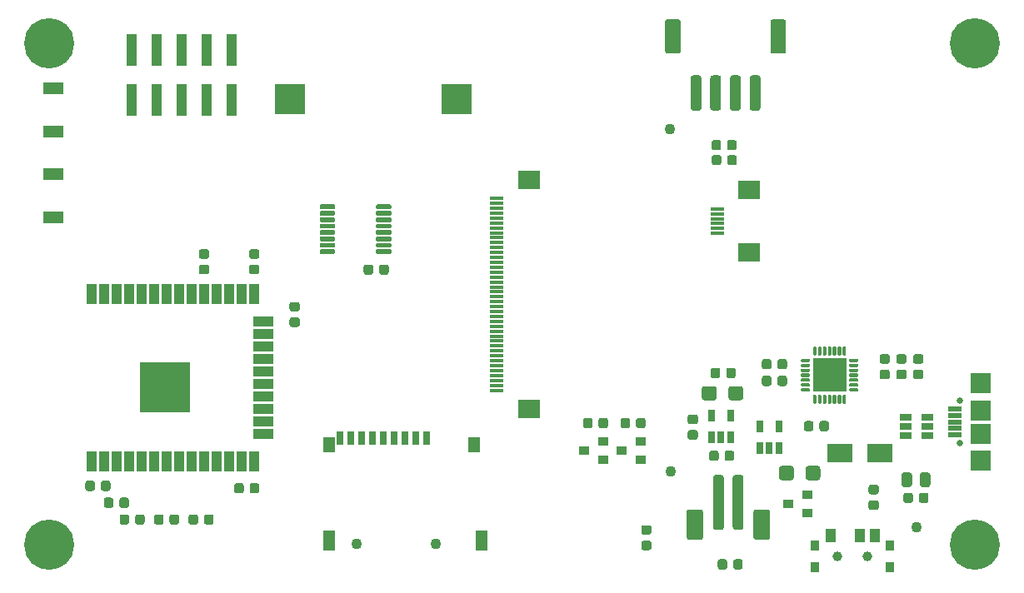
<source format=gbr>
%TF.GenerationSoftware,KiCad,Pcbnew,(5.1.6-0)*%
%TF.CreationDate,2020-10-12T19:17:27+02:00*%
%TF.ProjectId,ESP32_TFT,45535033-325f-4544-9654-2e6b69636164,rev?*%
%TF.SameCoordinates,Original*%
%TF.FileFunction,Soldermask,Top*%
%TF.FilePolarity,Negative*%
%FSLAX46Y46*%
G04 Gerber Fmt 4.6, Leading zero omitted, Abs format (unit mm)*
G04 Created by KiCad (PCBNEW (5.1.6-0)) date 2020-10-12 19:17:27*
%MOMM*%
%LPD*%
G01*
G04 APERTURE LIST*
%ADD10C,0.900000*%
%ADD11C,5.100000*%
%ADD12R,1.160000X0.750000*%
%ADD13R,2.300000X1.900000*%
%ADD14R,1.400000X0.400000*%
%ADD15R,1.000000X1.400000*%
%ADD16R,0.900000X1.000000*%
%ADD17C,1.000000*%
%ADD18R,3.100000X3.100000*%
%ADD19R,2.100000X1.150000*%
%ADD20R,1.450000X0.500000*%
%ADD21R,2.000000X2.000000*%
%ADD22C,0.650000*%
%ADD23R,1.100000X3.250000*%
%ADD24R,5.100000X5.100000*%
%ADD25R,1.000000X2.100000*%
%ADD26R,2.100000X1.000000*%
%ADD27R,2.600000X1.900000*%
%ADD28R,1.000000X0.900000*%
%ADD29R,3.450000X3.450000*%
%ADD30R,0.750000X1.160000*%
%ADD31C,1.100000*%
%ADD32R,0.800000X1.400000*%
%ADD33R,1.300000X1.500000*%
%ADD34R,1.300000X2.100000*%
G04 APERTURE END LIST*
D10*
%TO.C,H1*%
X42825825Y-38674175D03*
X41500000Y-38125000D03*
X40174175Y-38674175D03*
X39625000Y-40000000D03*
X40174175Y-41325825D03*
X41500000Y-41875000D03*
X42825825Y-41325825D03*
X43375000Y-40000000D03*
D11*
X41500000Y-40000000D03*
%TD*%
D10*
%TO.C,H2*%
X42825825Y-89674175D03*
X41500000Y-89125000D03*
X40174175Y-89674175D03*
X39625000Y-91000000D03*
X40174175Y-92325825D03*
X41500000Y-92875000D03*
X42825825Y-92325825D03*
X43375000Y-91000000D03*
D11*
X41500000Y-91000000D03*
%TD*%
D10*
%TO.C,H3*%
X136825825Y-38674175D03*
X135500000Y-38125000D03*
X134174175Y-38674175D03*
X133625000Y-40000000D03*
X134174175Y-41325825D03*
X135500000Y-41875000D03*
X136825825Y-41325825D03*
X137375000Y-40000000D03*
D11*
X135500000Y-40000000D03*
%TD*%
D10*
%TO.C,H4*%
X136825825Y-89674175D03*
X135500000Y-89125000D03*
X134174175Y-89674175D03*
X133625000Y-91000000D03*
X134174175Y-92325825D03*
X135500000Y-92875000D03*
X136825825Y-92325825D03*
X137375000Y-91000000D03*
D11*
X135500000Y-91000000D03*
%TD*%
%TO.C,J3*%
G36*
G01*
X112030000Y-84145000D02*
X112030000Y-89195000D01*
G75*
G02*
X111755000Y-89470000I-275000J0D01*
G01*
X111205000Y-89470000D01*
G75*
G02*
X110930000Y-89195000I0J275000D01*
G01*
X110930000Y-84145000D01*
G75*
G02*
X111205000Y-83870000I275000J0D01*
G01*
X111755000Y-83870000D01*
G75*
G02*
X112030000Y-84145000I0J-275000D01*
G01*
G37*
G36*
G01*
X110030000Y-84145001D02*
X110030000Y-89194999D01*
G75*
G02*
X109755000Y-89469999I-275000J0D01*
G01*
X109205000Y-89469999D01*
G75*
G02*
X108930000Y-89194999I0J275000D01*
G01*
X108930000Y-84145001D01*
G75*
G02*
X109205000Y-83870001I275000J0D01*
G01*
X109755000Y-83870001D01*
G75*
G02*
X110030000Y-84145001I0J-275000D01*
G01*
G37*
G36*
G01*
X114730000Y-87635625D02*
X114730000Y-90204375D01*
G75*
G02*
X114464375Y-90470000I-265625J0D01*
G01*
X113295625Y-90470000D01*
G75*
G02*
X113030000Y-90204375I0J265625D01*
G01*
X113030000Y-87635625D01*
G75*
G02*
X113295625Y-87370000I265625J0D01*
G01*
X114464375Y-87370000D01*
G75*
G02*
X114730000Y-87635625I0J-265625D01*
G01*
G37*
G36*
G01*
X107930000Y-87635625D02*
X107930000Y-90204375D01*
G75*
G02*
X107664375Y-90470000I-265625J0D01*
G01*
X106495625Y-90470000D01*
G75*
G02*
X106230000Y-90204375I0J265625D01*
G01*
X106230000Y-87635625D01*
G75*
G02*
X106495625Y-87370000I265625J0D01*
G01*
X107664375Y-87370000D01*
G75*
G02*
X107930000Y-87635625I0J-265625D01*
G01*
G37*
%TD*%
D12*
%TO.C,U6*%
X128490000Y-78920000D03*
X128490000Y-79870000D03*
X128490000Y-77970000D03*
X130690000Y-77970000D03*
X130690000Y-78920000D03*
X130690000Y-79870000D03*
%TD*%
%TO.C,F1*%
G36*
G01*
X129950000Y-84841250D02*
X129950000Y-83878750D01*
G75*
G02*
X130218750Y-83610000I268750J0D01*
G01*
X130756250Y-83610000D01*
G75*
G02*
X131025000Y-83878750I0J-268750D01*
G01*
X131025000Y-84841250D01*
G75*
G02*
X130756250Y-85110000I-268750J0D01*
G01*
X130218750Y-85110000D01*
G75*
G02*
X129950000Y-84841250I0J268750D01*
G01*
G37*
G36*
G01*
X128075000Y-84841250D02*
X128075000Y-83878750D01*
G75*
G02*
X128343750Y-83610000I268750J0D01*
G01*
X128881250Y-83610000D01*
G75*
G02*
X129150000Y-83878750I0J-268750D01*
G01*
X129150000Y-84841250D01*
G75*
G02*
X128881250Y-85110000I-268750J0D01*
G01*
X128343750Y-85110000D01*
G75*
G02*
X128075000Y-84841250I0J268750D01*
G01*
G37*
%TD*%
%TO.C,C10*%
G36*
G01*
X119130000Y-78628750D02*
X119130000Y-79191250D01*
G75*
G02*
X118886250Y-79435000I-243750J0D01*
G01*
X118398750Y-79435000D01*
G75*
G02*
X118155000Y-79191250I0J243750D01*
G01*
X118155000Y-78628750D01*
G75*
G02*
X118398750Y-78385000I243750J0D01*
G01*
X118886250Y-78385000D01*
G75*
G02*
X119130000Y-78628750I0J-243750D01*
G01*
G37*
G36*
G01*
X120705000Y-78628750D02*
X120705000Y-79191250D01*
G75*
G02*
X120461250Y-79435000I-243750J0D01*
G01*
X119973750Y-79435000D01*
G75*
G02*
X119730000Y-79191250I0J243750D01*
G01*
X119730000Y-78628750D01*
G75*
G02*
X119973750Y-78385000I243750J0D01*
G01*
X120461250Y-78385000D01*
G75*
G02*
X120705000Y-78628750I0J-243750D01*
G01*
G37*
%TD*%
%TO.C,C3*%
G36*
G01*
X129850000Y-86481250D02*
X129850000Y-85918750D01*
G75*
G02*
X130093750Y-85675000I243750J0D01*
G01*
X130581250Y-85675000D01*
G75*
G02*
X130825000Y-85918750I0J-243750D01*
G01*
X130825000Y-86481250D01*
G75*
G02*
X130581250Y-86725000I-243750J0D01*
G01*
X130093750Y-86725000D01*
G75*
G02*
X129850000Y-86481250I0J243750D01*
G01*
G37*
G36*
G01*
X128275000Y-86481250D02*
X128275000Y-85918750D01*
G75*
G02*
X128518750Y-85675000I243750J0D01*
G01*
X129006250Y-85675000D01*
G75*
G02*
X129250000Y-85918750I0J-243750D01*
G01*
X129250000Y-86481250D01*
G75*
G02*
X129006250Y-86725000I-243750J0D01*
G01*
X128518750Y-86725000D01*
G75*
G02*
X128275000Y-86481250I0J243750D01*
G01*
G37*
%TD*%
D13*
%TO.C,FPC1*%
X90200000Y-53860000D03*
X90200000Y-77160000D03*
D14*
X86950000Y-75260000D03*
X86950000Y-74760000D03*
X86950000Y-74260000D03*
X86950000Y-73760000D03*
X86950000Y-73260000D03*
X86950000Y-72760000D03*
X86950000Y-72260000D03*
X86950000Y-71760000D03*
X86950000Y-71260000D03*
X86950000Y-70760000D03*
X86950000Y-70260000D03*
X86950000Y-69760000D03*
X86950000Y-69260000D03*
X86950000Y-68760000D03*
X86950000Y-68260000D03*
X86950000Y-67760000D03*
X86950000Y-67260000D03*
X86950000Y-66760000D03*
X86950000Y-66260000D03*
X86950000Y-65760000D03*
X86950000Y-65260000D03*
X86950000Y-64760000D03*
X86950000Y-64260000D03*
X86950000Y-63760000D03*
X86950000Y-63260000D03*
X86950000Y-62760000D03*
X86950000Y-62260000D03*
X86950000Y-61760000D03*
X86950000Y-61260000D03*
X86950000Y-60760000D03*
X86950000Y-60260000D03*
X86950000Y-59760000D03*
X86950000Y-59260000D03*
X86950000Y-58760000D03*
X86950000Y-58260000D03*
X86950000Y-57760000D03*
X86950000Y-57260000D03*
X86950000Y-56760000D03*
X86950000Y-56260000D03*
X86950000Y-55760000D03*
%TD*%
D15*
%TO.C,SW3*%
X125350000Y-90020000D03*
X123850000Y-90020000D03*
X120850000Y-90020000D03*
D16*
X126900000Y-93220000D03*
X126900000Y-91020000D03*
X119300000Y-93220000D03*
X119300000Y-91020000D03*
D17*
X124600000Y-92120000D03*
X121600000Y-92120000D03*
%TD*%
D18*
%TO.C,LS1*%
X82900000Y-45700000D03*
X65900000Y-45700000D03*
%TD*%
D19*
%TO.C,SW1*%
X41900000Y-53275000D03*
X41900000Y-57725000D03*
%TD*%
%TO.C,SW2*%
X41930000Y-49000000D03*
X41930000Y-44550000D03*
%TD*%
D20*
%TO.C,J1*%
X133475000Y-79800000D03*
X133475000Y-79150000D03*
X133475000Y-78500000D03*
X133475000Y-77850000D03*
X133475000Y-77200000D03*
D21*
X136150000Y-74550000D03*
X136150000Y-82450000D03*
X136150000Y-77300000D03*
X136150000Y-79700000D03*
D22*
X134000000Y-76350000D03*
X134000000Y-80650000D03*
%TD*%
D23*
%TO.C,J2*%
X49820000Y-45725000D03*
X49820000Y-40675000D03*
X52360000Y-45725000D03*
X52360000Y-40675000D03*
X54900000Y-45725000D03*
X54900000Y-40675000D03*
X57440000Y-45725000D03*
X57440000Y-40675000D03*
X59980000Y-45725000D03*
X59980000Y-40675000D03*
%TD*%
D24*
%TO.C,U4*%
X53245000Y-75000000D03*
D25*
X45745000Y-82500000D03*
X47015000Y-82500000D03*
X48285000Y-82500000D03*
X49555000Y-82500000D03*
X50825000Y-82500000D03*
X52095000Y-82500000D03*
X53365000Y-82500000D03*
X54635000Y-82500000D03*
X55905000Y-82500000D03*
X57175000Y-82500000D03*
X58445000Y-82500000D03*
X59715000Y-82500000D03*
X60985000Y-82500000D03*
X62255000Y-82500000D03*
D26*
X63255000Y-79715000D03*
X63255000Y-78445000D03*
X63255000Y-77175000D03*
X63255000Y-75905000D03*
X63255000Y-74635000D03*
X63255000Y-73365000D03*
X63255000Y-72095000D03*
X63255000Y-70825000D03*
X63255000Y-69555000D03*
X63255000Y-68285000D03*
D25*
X62255000Y-65500000D03*
X60985000Y-65500000D03*
X59715000Y-65500000D03*
X58445000Y-65500000D03*
X57175000Y-65500000D03*
X55905000Y-65500000D03*
X54635000Y-65500000D03*
X53365000Y-65500000D03*
X52095000Y-65500000D03*
X50825000Y-65500000D03*
X49555000Y-65500000D03*
X48285000Y-65500000D03*
X47015000Y-65500000D03*
X45745000Y-65500000D03*
%TD*%
%TO.C,C1*%
G36*
G01*
X128351250Y-74145000D02*
X127788750Y-74145000D01*
G75*
G02*
X127545000Y-73901250I0J243750D01*
G01*
X127545000Y-73413750D01*
G75*
G02*
X127788750Y-73170000I243750J0D01*
G01*
X128351250Y-73170000D01*
G75*
G02*
X128595000Y-73413750I0J-243750D01*
G01*
X128595000Y-73901250D01*
G75*
G02*
X128351250Y-74145000I-243750J0D01*
G01*
G37*
G36*
G01*
X128351250Y-72570000D02*
X127788750Y-72570000D01*
G75*
G02*
X127545000Y-72326250I0J243750D01*
G01*
X127545000Y-71838750D01*
G75*
G02*
X127788750Y-71595000I243750J0D01*
G01*
X128351250Y-71595000D01*
G75*
G02*
X128595000Y-71838750I0J-243750D01*
G01*
X128595000Y-72326250D01*
G75*
G02*
X128351250Y-72570000I-243750J0D01*
G01*
G37*
%TD*%
%TO.C,C2*%
G36*
G01*
X74400000Y-62718750D02*
X74400000Y-63281250D01*
G75*
G02*
X74156250Y-63525000I-243750J0D01*
G01*
X73668750Y-63525000D01*
G75*
G02*
X73425000Y-63281250I0J243750D01*
G01*
X73425000Y-62718750D01*
G75*
G02*
X73668750Y-62475000I243750J0D01*
G01*
X74156250Y-62475000D01*
G75*
G02*
X74400000Y-62718750I0J-243750D01*
G01*
G37*
G36*
G01*
X75975000Y-62718750D02*
X75975000Y-63281250D01*
G75*
G02*
X75731250Y-63525000I-243750J0D01*
G01*
X75243750Y-63525000D01*
G75*
G02*
X75000000Y-63281250I0J243750D01*
G01*
X75000000Y-62718750D01*
G75*
G02*
X75243750Y-62475000I243750J0D01*
G01*
X75731250Y-62475000D01*
G75*
G02*
X75975000Y-62718750I0J-243750D01*
G01*
G37*
%TD*%
%TO.C,C4*%
G36*
G01*
X118330000Y-84136482D02*
X118330000Y-83223518D01*
G75*
G02*
X118598518Y-82955000I268518J0D01*
G01*
X119561482Y-82955000D01*
G75*
G02*
X119830000Y-83223518I0J-268518D01*
G01*
X119830000Y-84136482D01*
G75*
G02*
X119561482Y-84405000I-268518J0D01*
G01*
X118598518Y-84405000D01*
G75*
G02*
X118330000Y-84136482I0J268518D01*
G01*
G37*
G36*
G01*
X115630000Y-84136482D02*
X115630000Y-83223518D01*
G75*
G02*
X115898518Y-82955000I268518J0D01*
G01*
X116861482Y-82955000D01*
G75*
G02*
X117130000Y-83223518I0J-268518D01*
G01*
X117130000Y-84136482D01*
G75*
G02*
X116861482Y-84405000I-268518J0D01*
G01*
X115898518Y-84405000D01*
G75*
G02*
X115630000Y-84136482I0J268518D01*
G01*
G37*
%TD*%
%TO.C,C5*%
G36*
G01*
X111990000Y-75113518D02*
X111990000Y-76026482D01*
G75*
G02*
X111721482Y-76295000I-268518J0D01*
G01*
X110758518Y-76295000D01*
G75*
G02*
X110490000Y-76026482I0J268518D01*
G01*
X110490000Y-75113518D01*
G75*
G02*
X110758518Y-74845000I268518J0D01*
G01*
X111721482Y-74845000D01*
G75*
G02*
X111990000Y-75113518I0J-268518D01*
G01*
G37*
G36*
G01*
X109290000Y-75113518D02*
X109290000Y-76026482D01*
G75*
G02*
X109021482Y-76295000I-268518J0D01*
G01*
X108058518Y-76295000D01*
G75*
G02*
X107790000Y-76026482I0J268518D01*
G01*
X107790000Y-75113518D01*
G75*
G02*
X108058518Y-74845000I268518J0D01*
G01*
X109021482Y-74845000D01*
G75*
G02*
X109290000Y-75113518I0J-268518D01*
G01*
G37*
%TD*%
%TO.C,C6*%
G36*
G01*
X47695000Y-84698750D02*
X47695000Y-85261250D01*
G75*
G02*
X47451250Y-85505000I-243750J0D01*
G01*
X46963750Y-85505000D01*
G75*
G02*
X46720000Y-85261250I0J243750D01*
G01*
X46720000Y-84698750D01*
G75*
G02*
X46963750Y-84455000I243750J0D01*
G01*
X47451250Y-84455000D01*
G75*
G02*
X47695000Y-84698750I0J-243750D01*
G01*
G37*
G36*
G01*
X46120000Y-84698750D02*
X46120000Y-85261250D01*
G75*
G02*
X45876250Y-85505000I-243750J0D01*
G01*
X45388750Y-85505000D01*
G75*
G02*
X45145000Y-85261250I0J243750D01*
G01*
X45145000Y-84698750D01*
G75*
G02*
X45388750Y-84455000I243750J0D01*
G01*
X45876250Y-84455000D01*
G75*
G02*
X46120000Y-84698750I0J-243750D01*
G01*
G37*
%TD*%
%TO.C,C7*%
G36*
G01*
X111235000Y-73228750D02*
X111235000Y-73791250D01*
G75*
G02*
X110991250Y-74035000I-243750J0D01*
G01*
X110503750Y-74035000D01*
G75*
G02*
X110260000Y-73791250I0J243750D01*
G01*
X110260000Y-73228750D01*
G75*
G02*
X110503750Y-72985000I243750J0D01*
G01*
X110991250Y-72985000D01*
G75*
G02*
X111235000Y-73228750I0J-243750D01*
G01*
G37*
G36*
G01*
X109660000Y-73228750D02*
X109660000Y-73791250D01*
G75*
G02*
X109416250Y-74035000I-243750J0D01*
G01*
X108928750Y-74035000D01*
G75*
G02*
X108685000Y-73791250I0J243750D01*
G01*
X108685000Y-73228750D01*
G75*
G02*
X108928750Y-72985000I243750J0D01*
G01*
X109416250Y-72985000D01*
G75*
G02*
X109660000Y-73228750I0J-243750D01*
G01*
G37*
%TD*%
%TO.C,C8*%
G36*
G01*
X48625000Y-88681250D02*
X48625000Y-88118750D01*
G75*
G02*
X48868750Y-87875000I243750J0D01*
G01*
X49356250Y-87875000D01*
G75*
G02*
X49600000Y-88118750I0J-243750D01*
G01*
X49600000Y-88681250D01*
G75*
G02*
X49356250Y-88925000I-243750J0D01*
G01*
X48868750Y-88925000D01*
G75*
G02*
X48625000Y-88681250I0J243750D01*
G01*
G37*
G36*
G01*
X50200000Y-88681250D02*
X50200000Y-88118750D01*
G75*
G02*
X50443750Y-87875000I243750J0D01*
G01*
X50931250Y-87875000D01*
G75*
G02*
X51175000Y-88118750I0J-243750D01*
G01*
X51175000Y-88681250D01*
G75*
G02*
X50931250Y-88925000I-243750J0D01*
G01*
X50443750Y-88925000D01*
G75*
G02*
X50200000Y-88681250I0J243750D01*
G01*
G37*
%TD*%
%TO.C,C9*%
G36*
G01*
X109500000Y-81638750D02*
X109500000Y-82201250D01*
G75*
G02*
X109256250Y-82445000I-243750J0D01*
G01*
X108768750Y-82445000D01*
G75*
G02*
X108525000Y-82201250I0J243750D01*
G01*
X108525000Y-81638750D01*
G75*
G02*
X108768750Y-81395000I243750J0D01*
G01*
X109256250Y-81395000D01*
G75*
G02*
X109500000Y-81638750I0J-243750D01*
G01*
G37*
G36*
G01*
X111075000Y-81638750D02*
X111075000Y-82201250D01*
G75*
G02*
X110831250Y-82445000I-243750J0D01*
G01*
X110343750Y-82445000D01*
G75*
G02*
X110100000Y-82201250I0J243750D01*
G01*
X110100000Y-81638750D01*
G75*
G02*
X110343750Y-81395000I243750J0D01*
G01*
X110831250Y-81395000D01*
G75*
G02*
X111075000Y-81638750I0J-243750D01*
G01*
G37*
%TD*%
D27*
%TO.C,D1*%
X121850000Y-81630000D03*
X125850000Y-81630000D03*
%TD*%
%TO.C,D2*%
G36*
G01*
X109395000Y-93241250D02*
X109395000Y-92678750D01*
G75*
G02*
X109638750Y-92435000I243750J0D01*
G01*
X110126250Y-92435000D01*
G75*
G02*
X110370000Y-92678750I0J-243750D01*
G01*
X110370000Y-93241250D01*
G75*
G02*
X110126250Y-93485000I-243750J0D01*
G01*
X109638750Y-93485000D01*
G75*
G02*
X109395000Y-93241250I0J243750D01*
G01*
G37*
G36*
G01*
X110970000Y-93241250D02*
X110970000Y-92678750D01*
G75*
G02*
X111213750Y-92435000I243750J0D01*
G01*
X111701250Y-92435000D01*
G75*
G02*
X111945000Y-92678750I0J-243750D01*
G01*
X111945000Y-93241250D01*
G75*
G02*
X111701250Y-93485000I-243750J0D01*
G01*
X111213750Y-93485000D01*
G75*
G02*
X110970000Y-93241250I0J243750D01*
G01*
G37*
%TD*%
D13*
%TO.C,FPC2*%
X112580000Y-54920000D03*
X112580000Y-61220000D03*
D14*
X109330000Y-59320000D03*
X109330000Y-58820000D03*
X109330000Y-58320000D03*
X109330000Y-57820000D03*
X109330000Y-57320000D03*
X109330000Y-56820000D03*
%TD*%
D28*
%TO.C,Q1*%
X99600000Y-81400000D03*
X101600000Y-80450000D03*
X101600000Y-82350000D03*
%TD*%
%TO.C,Q2*%
X97800000Y-82350000D03*
X97800000Y-80450000D03*
X95800000Y-81400000D03*
%TD*%
%TO.C,Q3*%
X118530000Y-87770000D03*
X118530000Y-85870000D03*
X116530000Y-86820000D03*
%TD*%
%TO.C,R1*%
G36*
G01*
X126088750Y-71595000D02*
X126651250Y-71595000D01*
G75*
G02*
X126895000Y-71838750I0J-243750D01*
G01*
X126895000Y-72326250D01*
G75*
G02*
X126651250Y-72570000I-243750J0D01*
G01*
X126088750Y-72570000D01*
G75*
G02*
X125845000Y-72326250I0J243750D01*
G01*
X125845000Y-71838750D01*
G75*
G02*
X126088750Y-71595000I243750J0D01*
G01*
G37*
G36*
G01*
X126088750Y-73170000D02*
X126651250Y-73170000D01*
G75*
G02*
X126895000Y-73413750I0J-243750D01*
G01*
X126895000Y-73901250D01*
G75*
G02*
X126651250Y-74145000I-243750J0D01*
G01*
X126088750Y-74145000D01*
G75*
G02*
X125845000Y-73901250I0J243750D01*
G01*
X125845000Y-73413750D01*
G75*
G02*
X126088750Y-73170000I243750J0D01*
G01*
G37*
%TD*%
%TO.C,R2*%
G36*
G01*
X130061250Y-72580000D02*
X129498750Y-72580000D01*
G75*
G02*
X129255000Y-72336250I0J243750D01*
G01*
X129255000Y-71848750D01*
G75*
G02*
X129498750Y-71605000I243750J0D01*
G01*
X130061250Y-71605000D01*
G75*
G02*
X130305000Y-71848750I0J-243750D01*
G01*
X130305000Y-72336250D01*
G75*
G02*
X130061250Y-72580000I-243750J0D01*
G01*
G37*
G36*
G01*
X130061250Y-74155000D02*
X129498750Y-74155000D01*
G75*
G02*
X129255000Y-73911250I0J243750D01*
G01*
X129255000Y-73423750D01*
G75*
G02*
X129498750Y-73180000I243750J0D01*
G01*
X130061250Y-73180000D01*
G75*
G02*
X130305000Y-73423750I0J-243750D01*
G01*
X130305000Y-73911250D01*
G75*
G02*
X130061250Y-74155000I-243750J0D01*
G01*
G37*
%TD*%
%TO.C,R3*%
G36*
G01*
X115470000Y-72891250D02*
X115470000Y-72328750D01*
G75*
G02*
X115713750Y-72085000I243750J0D01*
G01*
X116201250Y-72085000D01*
G75*
G02*
X116445000Y-72328750I0J-243750D01*
G01*
X116445000Y-72891250D01*
G75*
G02*
X116201250Y-73135000I-243750J0D01*
G01*
X115713750Y-73135000D01*
G75*
G02*
X115470000Y-72891250I0J243750D01*
G01*
G37*
G36*
G01*
X113895000Y-72891250D02*
X113895000Y-72328750D01*
G75*
G02*
X114138750Y-72085000I243750J0D01*
G01*
X114626250Y-72085000D01*
G75*
G02*
X114870000Y-72328750I0J-243750D01*
G01*
X114870000Y-72891250D01*
G75*
G02*
X114626250Y-73135000I-243750J0D01*
G01*
X114138750Y-73135000D01*
G75*
G02*
X113895000Y-72891250I0J243750D01*
G01*
G37*
%TD*%
%TO.C,R4*%
G36*
G01*
X113895000Y-74591250D02*
X113895000Y-74028750D01*
G75*
G02*
X114138750Y-73785000I243750J0D01*
G01*
X114626250Y-73785000D01*
G75*
G02*
X114870000Y-74028750I0J-243750D01*
G01*
X114870000Y-74591250D01*
G75*
G02*
X114626250Y-74835000I-243750J0D01*
G01*
X114138750Y-74835000D01*
G75*
G02*
X113895000Y-74591250I0J243750D01*
G01*
G37*
G36*
G01*
X115470000Y-74591250D02*
X115470000Y-74028750D01*
G75*
G02*
X115713750Y-73785000I243750J0D01*
G01*
X116201250Y-73785000D01*
G75*
G02*
X116445000Y-74028750I0J-243750D01*
G01*
X116445000Y-74591250D01*
G75*
G02*
X116201250Y-74835000I-243750J0D01*
G01*
X115713750Y-74835000D01*
G75*
G02*
X115470000Y-74591250I0J243750D01*
G01*
G37*
%TD*%
%TO.C,R5*%
G36*
G01*
X95712500Y-78881250D02*
X95712500Y-78318750D01*
G75*
G02*
X95956250Y-78075000I243750J0D01*
G01*
X96443750Y-78075000D01*
G75*
G02*
X96687500Y-78318750I0J-243750D01*
G01*
X96687500Y-78881250D01*
G75*
G02*
X96443750Y-79125000I-243750J0D01*
G01*
X95956250Y-79125000D01*
G75*
G02*
X95712500Y-78881250I0J243750D01*
G01*
G37*
G36*
G01*
X97287500Y-78881250D02*
X97287500Y-78318750D01*
G75*
G02*
X97531250Y-78075000I243750J0D01*
G01*
X98018750Y-78075000D01*
G75*
G02*
X98262500Y-78318750I0J-243750D01*
G01*
X98262500Y-78881250D01*
G75*
G02*
X98018750Y-79125000I-243750J0D01*
G01*
X97531250Y-79125000D01*
G75*
G02*
X97287500Y-78881250I0J243750D01*
G01*
G37*
%TD*%
%TO.C,R6*%
G36*
G01*
X101100000Y-78881250D02*
X101100000Y-78318750D01*
G75*
G02*
X101343750Y-78075000I243750J0D01*
G01*
X101831250Y-78075000D01*
G75*
G02*
X102075000Y-78318750I0J-243750D01*
G01*
X102075000Y-78881250D01*
G75*
G02*
X101831250Y-79125000I-243750J0D01*
G01*
X101343750Y-79125000D01*
G75*
G02*
X101100000Y-78881250I0J243750D01*
G01*
G37*
G36*
G01*
X99525000Y-78881250D02*
X99525000Y-78318750D01*
G75*
G02*
X99768750Y-78075000I243750J0D01*
G01*
X100256250Y-78075000D01*
G75*
G02*
X100500000Y-78318750I0J-243750D01*
G01*
X100500000Y-78881250D01*
G75*
G02*
X100256250Y-79125000I-243750J0D01*
G01*
X99768750Y-79125000D01*
G75*
G02*
X99525000Y-78881250I0J243750D01*
G01*
G37*
%TD*%
%TO.C,R7*%
G36*
G01*
X61840000Y-85501250D02*
X61840000Y-84938750D01*
G75*
G02*
X62083750Y-84695000I243750J0D01*
G01*
X62571250Y-84695000D01*
G75*
G02*
X62815000Y-84938750I0J-243750D01*
G01*
X62815000Y-85501250D01*
G75*
G02*
X62571250Y-85745000I-243750J0D01*
G01*
X62083750Y-85745000D01*
G75*
G02*
X61840000Y-85501250I0J243750D01*
G01*
G37*
G36*
G01*
X60265000Y-85501250D02*
X60265000Y-84938750D01*
G75*
G02*
X60508750Y-84695000I243750J0D01*
G01*
X60996250Y-84695000D01*
G75*
G02*
X61240000Y-84938750I0J-243750D01*
G01*
X61240000Y-85501250D01*
G75*
G02*
X60996250Y-85745000I-243750J0D01*
G01*
X60508750Y-85745000D01*
G75*
G02*
X60265000Y-85501250I0J243750D01*
G01*
G37*
%TD*%
%TO.C,R8*%
G36*
G01*
X47025000Y-86981250D02*
X47025000Y-86418750D01*
G75*
G02*
X47268750Y-86175000I243750J0D01*
G01*
X47756250Y-86175000D01*
G75*
G02*
X48000000Y-86418750I0J-243750D01*
G01*
X48000000Y-86981250D01*
G75*
G02*
X47756250Y-87225000I-243750J0D01*
G01*
X47268750Y-87225000D01*
G75*
G02*
X47025000Y-86981250I0J243750D01*
G01*
G37*
G36*
G01*
X48600000Y-86981250D02*
X48600000Y-86418750D01*
G75*
G02*
X48843750Y-86175000I243750J0D01*
G01*
X49331250Y-86175000D01*
G75*
G02*
X49575000Y-86418750I0J-243750D01*
G01*
X49575000Y-86981250D01*
G75*
G02*
X49331250Y-87225000I-243750J0D01*
G01*
X48843750Y-87225000D01*
G75*
G02*
X48600000Y-86981250I0J243750D01*
G01*
G37*
%TD*%
%TO.C,R9*%
G36*
G01*
X124968750Y-84875000D02*
X125531250Y-84875000D01*
G75*
G02*
X125775000Y-85118750I0J-243750D01*
G01*
X125775000Y-85606250D01*
G75*
G02*
X125531250Y-85850000I-243750J0D01*
G01*
X124968750Y-85850000D01*
G75*
G02*
X124725000Y-85606250I0J243750D01*
G01*
X124725000Y-85118750D01*
G75*
G02*
X124968750Y-84875000I243750J0D01*
G01*
G37*
G36*
G01*
X124968750Y-86450000D02*
X125531250Y-86450000D01*
G75*
G02*
X125775000Y-86693750I0J-243750D01*
G01*
X125775000Y-87181250D01*
G75*
G02*
X125531250Y-87425000I-243750J0D01*
G01*
X124968750Y-87425000D01*
G75*
G02*
X124725000Y-87181250I0J243750D01*
G01*
X124725000Y-86693750D01*
G75*
G02*
X124968750Y-86450000I243750J0D01*
G01*
G37*
%TD*%
%TO.C,R10*%
G36*
G01*
X62018750Y-62500000D02*
X62581250Y-62500000D01*
G75*
G02*
X62825000Y-62743750I0J-243750D01*
G01*
X62825000Y-63231250D01*
G75*
G02*
X62581250Y-63475000I-243750J0D01*
G01*
X62018750Y-63475000D01*
G75*
G02*
X61775000Y-63231250I0J243750D01*
G01*
X61775000Y-62743750D01*
G75*
G02*
X62018750Y-62500000I243750J0D01*
G01*
G37*
G36*
G01*
X62018750Y-60925000D02*
X62581250Y-60925000D01*
G75*
G02*
X62825000Y-61168750I0J-243750D01*
G01*
X62825000Y-61656250D01*
G75*
G02*
X62581250Y-61900000I-243750J0D01*
G01*
X62018750Y-61900000D01*
G75*
G02*
X61775000Y-61656250I0J243750D01*
G01*
X61775000Y-61168750D01*
G75*
G02*
X62018750Y-60925000I243750J0D01*
G01*
G37*
%TD*%
%TO.C,R11*%
G36*
G01*
X56918750Y-60925000D02*
X57481250Y-60925000D01*
G75*
G02*
X57725000Y-61168750I0J-243750D01*
G01*
X57725000Y-61656250D01*
G75*
G02*
X57481250Y-61900000I-243750J0D01*
G01*
X56918750Y-61900000D01*
G75*
G02*
X56675000Y-61656250I0J243750D01*
G01*
X56675000Y-61168750D01*
G75*
G02*
X56918750Y-60925000I243750J0D01*
G01*
G37*
G36*
G01*
X56918750Y-62500000D02*
X57481250Y-62500000D01*
G75*
G02*
X57725000Y-62743750I0J-243750D01*
G01*
X57725000Y-63231250D01*
G75*
G02*
X57481250Y-63475000I-243750J0D01*
G01*
X56918750Y-63475000D01*
G75*
G02*
X56675000Y-63231250I0J243750D01*
G01*
X56675000Y-62743750D01*
G75*
G02*
X56918750Y-62500000I243750J0D01*
G01*
G37*
%TD*%
%TO.C,R12*%
G36*
G01*
X66128750Y-67860000D02*
X66691250Y-67860000D01*
G75*
G02*
X66935000Y-68103750I0J-243750D01*
G01*
X66935000Y-68591250D01*
G75*
G02*
X66691250Y-68835000I-243750J0D01*
G01*
X66128750Y-68835000D01*
G75*
G02*
X65885000Y-68591250I0J243750D01*
G01*
X65885000Y-68103750D01*
G75*
G02*
X66128750Y-67860000I243750J0D01*
G01*
G37*
G36*
G01*
X66128750Y-66285000D02*
X66691250Y-66285000D01*
G75*
G02*
X66935000Y-66528750I0J-243750D01*
G01*
X66935000Y-67016250D01*
G75*
G02*
X66691250Y-67260000I-243750J0D01*
G01*
X66128750Y-67260000D01*
G75*
G02*
X65885000Y-67016250I0J243750D01*
G01*
X65885000Y-66528750D01*
G75*
G02*
X66128750Y-66285000I243750J0D01*
G01*
G37*
%TD*%
%TO.C,R13*%
G36*
G01*
X102431250Y-91525000D02*
X101868750Y-91525000D01*
G75*
G02*
X101625000Y-91281250I0J243750D01*
G01*
X101625000Y-90793750D01*
G75*
G02*
X101868750Y-90550000I243750J0D01*
G01*
X102431250Y-90550000D01*
G75*
G02*
X102675000Y-90793750I0J-243750D01*
G01*
X102675000Y-91281250D01*
G75*
G02*
X102431250Y-91525000I-243750J0D01*
G01*
G37*
G36*
G01*
X102431250Y-89950000D02*
X101868750Y-89950000D01*
G75*
G02*
X101625000Y-89706250I0J243750D01*
G01*
X101625000Y-89218750D01*
G75*
G02*
X101868750Y-88975000I243750J0D01*
G01*
X102431250Y-88975000D01*
G75*
G02*
X102675000Y-89218750I0J-243750D01*
G01*
X102675000Y-89706250D01*
G75*
G02*
X102431250Y-89950000I-243750J0D01*
G01*
G37*
%TD*%
%TO.C,R14*%
G36*
G01*
X58175000Y-88118750D02*
X58175000Y-88681250D01*
G75*
G02*
X57931250Y-88925000I-243750J0D01*
G01*
X57443750Y-88925000D01*
G75*
G02*
X57200000Y-88681250I0J243750D01*
G01*
X57200000Y-88118750D01*
G75*
G02*
X57443750Y-87875000I243750J0D01*
G01*
X57931250Y-87875000D01*
G75*
G02*
X58175000Y-88118750I0J-243750D01*
G01*
G37*
G36*
G01*
X56600000Y-88118750D02*
X56600000Y-88681250D01*
G75*
G02*
X56356250Y-88925000I-243750J0D01*
G01*
X55868750Y-88925000D01*
G75*
G02*
X55625000Y-88681250I0J243750D01*
G01*
X55625000Y-88118750D01*
G75*
G02*
X55868750Y-87875000I243750J0D01*
G01*
X56356250Y-87875000D01*
G75*
G02*
X56600000Y-88118750I0J-243750D01*
G01*
G37*
%TD*%
%TO.C,R15*%
G36*
G01*
X53100000Y-88118750D02*
X53100000Y-88681250D01*
G75*
G02*
X52856250Y-88925000I-243750J0D01*
G01*
X52368750Y-88925000D01*
G75*
G02*
X52125000Y-88681250I0J243750D01*
G01*
X52125000Y-88118750D01*
G75*
G02*
X52368750Y-87875000I243750J0D01*
G01*
X52856250Y-87875000D01*
G75*
G02*
X53100000Y-88118750I0J-243750D01*
G01*
G37*
G36*
G01*
X54675000Y-88118750D02*
X54675000Y-88681250D01*
G75*
G02*
X54431250Y-88925000I-243750J0D01*
G01*
X53943750Y-88925000D01*
G75*
G02*
X53700000Y-88681250I0J243750D01*
G01*
X53700000Y-88118750D01*
G75*
G02*
X53943750Y-87875000I243750J0D01*
G01*
X54431250Y-87875000D01*
G75*
G02*
X54675000Y-88118750I0J-243750D01*
G01*
G37*
%TD*%
%TO.C,Rprog1*%
G36*
G01*
X106588750Y-79310000D02*
X107151250Y-79310000D01*
G75*
G02*
X107395000Y-79553750I0J-243750D01*
G01*
X107395000Y-80041250D01*
G75*
G02*
X107151250Y-80285000I-243750J0D01*
G01*
X106588750Y-80285000D01*
G75*
G02*
X106345000Y-80041250I0J243750D01*
G01*
X106345000Y-79553750D01*
G75*
G02*
X106588750Y-79310000I243750J0D01*
G01*
G37*
G36*
G01*
X106588750Y-77735000D02*
X107151250Y-77735000D01*
G75*
G02*
X107395000Y-77978750I0J-243750D01*
G01*
X107395000Y-78466250D01*
G75*
G02*
X107151250Y-78710000I-243750J0D01*
G01*
X106588750Y-78710000D01*
G75*
G02*
X106345000Y-78466250I0J243750D01*
G01*
X106345000Y-77978750D01*
G75*
G02*
X106588750Y-77735000I243750J0D01*
G01*
G37*
%TD*%
%TO.C,U1*%
G36*
G01*
X119357500Y-76630000D02*
X119182500Y-76630000D01*
G75*
G02*
X119095000Y-76542500I0J87500D01*
G01*
X119095000Y-75817500D01*
G75*
G02*
X119182500Y-75730000I87500J0D01*
G01*
X119357500Y-75730000D01*
G75*
G02*
X119445000Y-75817500I0J-87500D01*
G01*
X119445000Y-76542500D01*
G75*
G02*
X119357500Y-76630000I-87500J0D01*
G01*
G37*
G36*
G01*
X119857500Y-76630000D02*
X119682500Y-76630000D01*
G75*
G02*
X119595000Y-76542500I0J87500D01*
G01*
X119595000Y-75817500D01*
G75*
G02*
X119682500Y-75730000I87500J0D01*
G01*
X119857500Y-75730000D01*
G75*
G02*
X119945000Y-75817500I0J-87500D01*
G01*
X119945000Y-76542500D01*
G75*
G02*
X119857500Y-76630000I-87500J0D01*
G01*
G37*
G36*
G01*
X120357500Y-76630000D02*
X120182500Y-76630000D01*
G75*
G02*
X120095000Y-76542500I0J87500D01*
G01*
X120095000Y-75817500D01*
G75*
G02*
X120182500Y-75730000I87500J0D01*
G01*
X120357500Y-75730000D01*
G75*
G02*
X120445000Y-75817500I0J-87500D01*
G01*
X120445000Y-76542500D01*
G75*
G02*
X120357500Y-76630000I-87500J0D01*
G01*
G37*
G36*
G01*
X120857500Y-76630000D02*
X120682500Y-76630000D01*
G75*
G02*
X120595000Y-76542500I0J87500D01*
G01*
X120595000Y-75817500D01*
G75*
G02*
X120682500Y-75730000I87500J0D01*
G01*
X120857500Y-75730000D01*
G75*
G02*
X120945000Y-75817500I0J-87500D01*
G01*
X120945000Y-76542500D01*
G75*
G02*
X120857500Y-76630000I-87500J0D01*
G01*
G37*
G36*
G01*
X121357500Y-76630000D02*
X121182500Y-76630000D01*
G75*
G02*
X121095000Y-76542500I0J87500D01*
G01*
X121095000Y-75817500D01*
G75*
G02*
X121182500Y-75730000I87500J0D01*
G01*
X121357500Y-75730000D01*
G75*
G02*
X121445000Y-75817500I0J-87500D01*
G01*
X121445000Y-76542500D01*
G75*
G02*
X121357500Y-76630000I-87500J0D01*
G01*
G37*
G36*
G01*
X121857500Y-76630000D02*
X121682500Y-76630000D01*
G75*
G02*
X121595000Y-76542500I0J87500D01*
G01*
X121595000Y-75817500D01*
G75*
G02*
X121682500Y-75730000I87500J0D01*
G01*
X121857500Y-75730000D01*
G75*
G02*
X121945000Y-75817500I0J-87500D01*
G01*
X121945000Y-76542500D01*
G75*
G02*
X121857500Y-76630000I-87500J0D01*
G01*
G37*
G36*
G01*
X122357500Y-76630000D02*
X122182500Y-76630000D01*
G75*
G02*
X122095000Y-76542500I0J87500D01*
G01*
X122095000Y-75817500D01*
G75*
G02*
X122182500Y-75730000I87500J0D01*
G01*
X122357500Y-75730000D01*
G75*
G02*
X122445000Y-75817500I0J-87500D01*
G01*
X122445000Y-76542500D01*
G75*
G02*
X122357500Y-76630000I-87500J0D01*
G01*
G37*
G36*
G01*
X123582500Y-75405000D02*
X122857500Y-75405000D01*
G75*
G02*
X122770000Y-75317500I0J87500D01*
G01*
X122770000Y-75142500D01*
G75*
G02*
X122857500Y-75055000I87500J0D01*
G01*
X123582500Y-75055000D01*
G75*
G02*
X123670000Y-75142500I0J-87500D01*
G01*
X123670000Y-75317500D01*
G75*
G02*
X123582500Y-75405000I-87500J0D01*
G01*
G37*
G36*
G01*
X123582500Y-74905000D02*
X122857500Y-74905000D01*
G75*
G02*
X122770000Y-74817500I0J87500D01*
G01*
X122770000Y-74642500D01*
G75*
G02*
X122857500Y-74555000I87500J0D01*
G01*
X123582500Y-74555000D01*
G75*
G02*
X123670000Y-74642500I0J-87500D01*
G01*
X123670000Y-74817500D01*
G75*
G02*
X123582500Y-74905000I-87500J0D01*
G01*
G37*
G36*
G01*
X123582500Y-74405000D02*
X122857500Y-74405000D01*
G75*
G02*
X122770000Y-74317500I0J87500D01*
G01*
X122770000Y-74142500D01*
G75*
G02*
X122857500Y-74055000I87500J0D01*
G01*
X123582500Y-74055000D01*
G75*
G02*
X123670000Y-74142500I0J-87500D01*
G01*
X123670000Y-74317500D01*
G75*
G02*
X123582500Y-74405000I-87500J0D01*
G01*
G37*
G36*
G01*
X123582500Y-73905000D02*
X122857500Y-73905000D01*
G75*
G02*
X122770000Y-73817500I0J87500D01*
G01*
X122770000Y-73642500D01*
G75*
G02*
X122857500Y-73555000I87500J0D01*
G01*
X123582500Y-73555000D01*
G75*
G02*
X123670000Y-73642500I0J-87500D01*
G01*
X123670000Y-73817500D01*
G75*
G02*
X123582500Y-73905000I-87500J0D01*
G01*
G37*
G36*
G01*
X123582500Y-73405000D02*
X122857500Y-73405000D01*
G75*
G02*
X122770000Y-73317500I0J87500D01*
G01*
X122770000Y-73142500D01*
G75*
G02*
X122857500Y-73055000I87500J0D01*
G01*
X123582500Y-73055000D01*
G75*
G02*
X123670000Y-73142500I0J-87500D01*
G01*
X123670000Y-73317500D01*
G75*
G02*
X123582500Y-73405000I-87500J0D01*
G01*
G37*
G36*
G01*
X123582500Y-72905000D02*
X122857500Y-72905000D01*
G75*
G02*
X122770000Y-72817500I0J87500D01*
G01*
X122770000Y-72642500D01*
G75*
G02*
X122857500Y-72555000I87500J0D01*
G01*
X123582500Y-72555000D01*
G75*
G02*
X123670000Y-72642500I0J-87500D01*
G01*
X123670000Y-72817500D01*
G75*
G02*
X123582500Y-72905000I-87500J0D01*
G01*
G37*
G36*
G01*
X123582500Y-72405000D02*
X122857500Y-72405000D01*
G75*
G02*
X122770000Y-72317500I0J87500D01*
G01*
X122770000Y-72142500D01*
G75*
G02*
X122857500Y-72055000I87500J0D01*
G01*
X123582500Y-72055000D01*
G75*
G02*
X123670000Y-72142500I0J-87500D01*
G01*
X123670000Y-72317500D01*
G75*
G02*
X123582500Y-72405000I-87500J0D01*
G01*
G37*
G36*
G01*
X122357500Y-71730000D02*
X122182500Y-71730000D01*
G75*
G02*
X122095000Y-71642500I0J87500D01*
G01*
X122095000Y-70917500D01*
G75*
G02*
X122182500Y-70830000I87500J0D01*
G01*
X122357500Y-70830000D01*
G75*
G02*
X122445000Y-70917500I0J-87500D01*
G01*
X122445000Y-71642500D01*
G75*
G02*
X122357500Y-71730000I-87500J0D01*
G01*
G37*
G36*
G01*
X121857500Y-71730000D02*
X121682500Y-71730000D01*
G75*
G02*
X121595000Y-71642500I0J87500D01*
G01*
X121595000Y-70917500D01*
G75*
G02*
X121682500Y-70830000I87500J0D01*
G01*
X121857500Y-70830000D01*
G75*
G02*
X121945000Y-70917500I0J-87500D01*
G01*
X121945000Y-71642500D01*
G75*
G02*
X121857500Y-71730000I-87500J0D01*
G01*
G37*
G36*
G01*
X121357500Y-71730000D02*
X121182500Y-71730000D01*
G75*
G02*
X121095000Y-71642500I0J87500D01*
G01*
X121095000Y-70917500D01*
G75*
G02*
X121182500Y-70830000I87500J0D01*
G01*
X121357500Y-70830000D01*
G75*
G02*
X121445000Y-70917500I0J-87500D01*
G01*
X121445000Y-71642500D01*
G75*
G02*
X121357500Y-71730000I-87500J0D01*
G01*
G37*
G36*
G01*
X120857500Y-71730000D02*
X120682500Y-71730000D01*
G75*
G02*
X120595000Y-71642500I0J87500D01*
G01*
X120595000Y-70917500D01*
G75*
G02*
X120682500Y-70830000I87500J0D01*
G01*
X120857500Y-70830000D01*
G75*
G02*
X120945000Y-70917500I0J-87500D01*
G01*
X120945000Y-71642500D01*
G75*
G02*
X120857500Y-71730000I-87500J0D01*
G01*
G37*
G36*
G01*
X120357500Y-71730000D02*
X120182500Y-71730000D01*
G75*
G02*
X120095000Y-71642500I0J87500D01*
G01*
X120095000Y-70917500D01*
G75*
G02*
X120182500Y-70830000I87500J0D01*
G01*
X120357500Y-70830000D01*
G75*
G02*
X120445000Y-70917500I0J-87500D01*
G01*
X120445000Y-71642500D01*
G75*
G02*
X120357500Y-71730000I-87500J0D01*
G01*
G37*
G36*
G01*
X119857500Y-71730000D02*
X119682500Y-71730000D01*
G75*
G02*
X119595000Y-71642500I0J87500D01*
G01*
X119595000Y-70917500D01*
G75*
G02*
X119682500Y-70830000I87500J0D01*
G01*
X119857500Y-70830000D01*
G75*
G02*
X119945000Y-70917500I0J-87500D01*
G01*
X119945000Y-71642500D01*
G75*
G02*
X119857500Y-71730000I-87500J0D01*
G01*
G37*
G36*
G01*
X119357500Y-71730000D02*
X119182500Y-71730000D01*
G75*
G02*
X119095000Y-71642500I0J87500D01*
G01*
X119095000Y-70917500D01*
G75*
G02*
X119182500Y-70830000I87500J0D01*
G01*
X119357500Y-70830000D01*
G75*
G02*
X119445000Y-70917500I0J-87500D01*
G01*
X119445000Y-71642500D01*
G75*
G02*
X119357500Y-71730000I-87500J0D01*
G01*
G37*
G36*
G01*
X118682500Y-72405000D02*
X117957500Y-72405000D01*
G75*
G02*
X117870000Y-72317500I0J87500D01*
G01*
X117870000Y-72142500D01*
G75*
G02*
X117957500Y-72055000I87500J0D01*
G01*
X118682500Y-72055000D01*
G75*
G02*
X118770000Y-72142500I0J-87500D01*
G01*
X118770000Y-72317500D01*
G75*
G02*
X118682500Y-72405000I-87500J0D01*
G01*
G37*
G36*
G01*
X118682500Y-72905000D02*
X117957500Y-72905000D01*
G75*
G02*
X117870000Y-72817500I0J87500D01*
G01*
X117870000Y-72642500D01*
G75*
G02*
X117957500Y-72555000I87500J0D01*
G01*
X118682500Y-72555000D01*
G75*
G02*
X118770000Y-72642500I0J-87500D01*
G01*
X118770000Y-72817500D01*
G75*
G02*
X118682500Y-72905000I-87500J0D01*
G01*
G37*
G36*
G01*
X118682500Y-73405000D02*
X117957500Y-73405000D01*
G75*
G02*
X117870000Y-73317500I0J87500D01*
G01*
X117870000Y-73142500D01*
G75*
G02*
X117957500Y-73055000I87500J0D01*
G01*
X118682500Y-73055000D01*
G75*
G02*
X118770000Y-73142500I0J-87500D01*
G01*
X118770000Y-73317500D01*
G75*
G02*
X118682500Y-73405000I-87500J0D01*
G01*
G37*
G36*
G01*
X118682500Y-73905000D02*
X117957500Y-73905000D01*
G75*
G02*
X117870000Y-73817500I0J87500D01*
G01*
X117870000Y-73642500D01*
G75*
G02*
X117957500Y-73555000I87500J0D01*
G01*
X118682500Y-73555000D01*
G75*
G02*
X118770000Y-73642500I0J-87500D01*
G01*
X118770000Y-73817500D01*
G75*
G02*
X118682500Y-73905000I-87500J0D01*
G01*
G37*
G36*
G01*
X118682500Y-74405000D02*
X117957500Y-74405000D01*
G75*
G02*
X117870000Y-74317500I0J87500D01*
G01*
X117870000Y-74142500D01*
G75*
G02*
X117957500Y-74055000I87500J0D01*
G01*
X118682500Y-74055000D01*
G75*
G02*
X118770000Y-74142500I0J-87500D01*
G01*
X118770000Y-74317500D01*
G75*
G02*
X118682500Y-74405000I-87500J0D01*
G01*
G37*
G36*
G01*
X118682500Y-74905000D02*
X117957500Y-74905000D01*
G75*
G02*
X117870000Y-74817500I0J87500D01*
G01*
X117870000Y-74642500D01*
G75*
G02*
X117957500Y-74555000I87500J0D01*
G01*
X118682500Y-74555000D01*
G75*
G02*
X118770000Y-74642500I0J-87500D01*
G01*
X118770000Y-74817500D01*
G75*
G02*
X118682500Y-74905000I-87500J0D01*
G01*
G37*
G36*
G01*
X118682500Y-75405000D02*
X117957500Y-75405000D01*
G75*
G02*
X117870000Y-75317500I0J87500D01*
G01*
X117870000Y-75142500D01*
G75*
G02*
X117957500Y-75055000I87500J0D01*
G01*
X118682500Y-75055000D01*
G75*
G02*
X118770000Y-75142500I0J-87500D01*
G01*
X118770000Y-75317500D01*
G75*
G02*
X118682500Y-75405000I-87500J0D01*
G01*
G37*
D29*
X120770000Y-73730000D03*
%TD*%
%TO.C,U2*%
G36*
G01*
X68950000Y-56750000D02*
X68950000Y-56500000D01*
G75*
G02*
X69075000Y-56375000I125000J0D01*
G01*
X70400000Y-56375000D01*
G75*
G02*
X70525000Y-56500000I0J-125000D01*
G01*
X70525000Y-56750000D01*
G75*
G02*
X70400000Y-56875000I-125000J0D01*
G01*
X69075000Y-56875000D01*
G75*
G02*
X68950000Y-56750000I0J125000D01*
G01*
G37*
G36*
G01*
X68950000Y-57400000D02*
X68950000Y-57150000D01*
G75*
G02*
X69075000Y-57025000I125000J0D01*
G01*
X70400000Y-57025000D01*
G75*
G02*
X70525000Y-57150000I0J-125000D01*
G01*
X70525000Y-57400000D01*
G75*
G02*
X70400000Y-57525000I-125000J0D01*
G01*
X69075000Y-57525000D01*
G75*
G02*
X68950000Y-57400000I0J125000D01*
G01*
G37*
G36*
G01*
X68950000Y-58050000D02*
X68950000Y-57800000D01*
G75*
G02*
X69075000Y-57675000I125000J0D01*
G01*
X70400000Y-57675000D01*
G75*
G02*
X70525000Y-57800000I0J-125000D01*
G01*
X70525000Y-58050000D01*
G75*
G02*
X70400000Y-58175000I-125000J0D01*
G01*
X69075000Y-58175000D01*
G75*
G02*
X68950000Y-58050000I0J125000D01*
G01*
G37*
G36*
G01*
X68950000Y-58700000D02*
X68950000Y-58450000D01*
G75*
G02*
X69075000Y-58325000I125000J0D01*
G01*
X70400000Y-58325000D01*
G75*
G02*
X70525000Y-58450000I0J-125000D01*
G01*
X70525000Y-58700000D01*
G75*
G02*
X70400000Y-58825000I-125000J0D01*
G01*
X69075000Y-58825000D01*
G75*
G02*
X68950000Y-58700000I0J125000D01*
G01*
G37*
G36*
G01*
X68950000Y-59350000D02*
X68950000Y-59100000D01*
G75*
G02*
X69075000Y-58975000I125000J0D01*
G01*
X70400000Y-58975000D01*
G75*
G02*
X70525000Y-59100000I0J-125000D01*
G01*
X70525000Y-59350000D01*
G75*
G02*
X70400000Y-59475000I-125000J0D01*
G01*
X69075000Y-59475000D01*
G75*
G02*
X68950000Y-59350000I0J125000D01*
G01*
G37*
G36*
G01*
X68950000Y-60000000D02*
X68950000Y-59750000D01*
G75*
G02*
X69075000Y-59625000I125000J0D01*
G01*
X70400000Y-59625000D01*
G75*
G02*
X70525000Y-59750000I0J-125000D01*
G01*
X70525000Y-60000000D01*
G75*
G02*
X70400000Y-60125000I-125000J0D01*
G01*
X69075000Y-60125000D01*
G75*
G02*
X68950000Y-60000000I0J125000D01*
G01*
G37*
G36*
G01*
X68950000Y-60650000D02*
X68950000Y-60400000D01*
G75*
G02*
X69075000Y-60275000I125000J0D01*
G01*
X70400000Y-60275000D01*
G75*
G02*
X70525000Y-60400000I0J-125000D01*
G01*
X70525000Y-60650000D01*
G75*
G02*
X70400000Y-60775000I-125000J0D01*
G01*
X69075000Y-60775000D01*
G75*
G02*
X68950000Y-60650000I0J125000D01*
G01*
G37*
G36*
G01*
X68950000Y-61300000D02*
X68950000Y-61050000D01*
G75*
G02*
X69075000Y-60925000I125000J0D01*
G01*
X70400000Y-60925000D01*
G75*
G02*
X70525000Y-61050000I0J-125000D01*
G01*
X70525000Y-61300000D01*
G75*
G02*
X70400000Y-61425000I-125000J0D01*
G01*
X69075000Y-61425000D01*
G75*
G02*
X68950000Y-61300000I0J125000D01*
G01*
G37*
G36*
G01*
X74675000Y-61300000D02*
X74675000Y-61050000D01*
G75*
G02*
X74800000Y-60925000I125000J0D01*
G01*
X76125000Y-60925000D01*
G75*
G02*
X76250000Y-61050000I0J-125000D01*
G01*
X76250000Y-61300000D01*
G75*
G02*
X76125000Y-61425000I-125000J0D01*
G01*
X74800000Y-61425000D01*
G75*
G02*
X74675000Y-61300000I0J125000D01*
G01*
G37*
G36*
G01*
X74675000Y-60650000D02*
X74675000Y-60400000D01*
G75*
G02*
X74800000Y-60275000I125000J0D01*
G01*
X76125000Y-60275000D01*
G75*
G02*
X76250000Y-60400000I0J-125000D01*
G01*
X76250000Y-60650000D01*
G75*
G02*
X76125000Y-60775000I-125000J0D01*
G01*
X74800000Y-60775000D01*
G75*
G02*
X74675000Y-60650000I0J125000D01*
G01*
G37*
G36*
G01*
X74675000Y-60000000D02*
X74675000Y-59750000D01*
G75*
G02*
X74800000Y-59625000I125000J0D01*
G01*
X76125000Y-59625000D01*
G75*
G02*
X76250000Y-59750000I0J-125000D01*
G01*
X76250000Y-60000000D01*
G75*
G02*
X76125000Y-60125000I-125000J0D01*
G01*
X74800000Y-60125000D01*
G75*
G02*
X74675000Y-60000000I0J125000D01*
G01*
G37*
G36*
G01*
X74675000Y-59350000D02*
X74675000Y-59100000D01*
G75*
G02*
X74800000Y-58975000I125000J0D01*
G01*
X76125000Y-58975000D01*
G75*
G02*
X76250000Y-59100000I0J-125000D01*
G01*
X76250000Y-59350000D01*
G75*
G02*
X76125000Y-59475000I-125000J0D01*
G01*
X74800000Y-59475000D01*
G75*
G02*
X74675000Y-59350000I0J125000D01*
G01*
G37*
G36*
G01*
X74675000Y-58700000D02*
X74675000Y-58450000D01*
G75*
G02*
X74800000Y-58325000I125000J0D01*
G01*
X76125000Y-58325000D01*
G75*
G02*
X76250000Y-58450000I0J-125000D01*
G01*
X76250000Y-58700000D01*
G75*
G02*
X76125000Y-58825000I-125000J0D01*
G01*
X74800000Y-58825000D01*
G75*
G02*
X74675000Y-58700000I0J125000D01*
G01*
G37*
G36*
G01*
X74675000Y-58050000D02*
X74675000Y-57800000D01*
G75*
G02*
X74800000Y-57675000I125000J0D01*
G01*
X76125000Y-57675000D01*
G75*
G02*
X76250000Y-57800000I0J-125000D01*
G01*
X76250000Y-58050000D01*
G75*
G02*
X76125000Y-58175000I-125000J0D01*
G01*
X74800000Y-58175000D01*
G75*
G02*
X74675000Y-58050000I0J125000D01*
G01*
G37*
G36*
G01*
X74675000Y-57400000D02*
X74675000Y-57150000D01*
G75*
G02*
X74800000Y-57025000I125000J0D01*
G01*
X76125000Y-57025000D01*
G75*
G02*
X76250000Y-57150000I0J-125000D01*
G01*
X76250000Y-57400000D01*
G75*
G02*
X76125000Y-57525000I-125000J0D01*
G01*
X74800000Y-57525000D01*
G75*
G02*
X74675000Y-57400000I0J125000D01*
G01*
G37*
G36*
G01*
X74675000Y-56750000D02*
X74675000Y-56500000D01*
G75*
G02*
X74800000Y-56375000I125000J0D01*
G01*
X76125000Y-56375000D01*
G75*
G02*
X76250000Y-56500000I0J-125000D01*
G01*
X76250000Y-56750000D01*
G75*
G02*
X76125000Y-56875000I-125000J0D01*
G01*
X74800000Y-56875000D01*
G75*
G02*
X74675000Y-56750000I0J125000D01*
G01*
G37*
%TD*%
D30*
%TO.C,U3*%
X113710000Y-78970000D03*
X115610000Y-78970000D03*
X115610000Y-81170000D03*
X114660000Y-81170000D03*
X113710000Y-81170000D03*
%TD*%
%TO.C,U5*%
X108790000Y-80030000D03*
X109740000Y-80030000D03*
X110690000Y-80030000D03*
X110690000Y-77830000D03*
X108790000Y-77830000D03*
%TD*%
%TO.C,R16*%
G36*
G01*
X108775000Y-50621250D02*
X108775000Y-50058750D01*
G75*
G02*
X109018750Y-49815000I243750J0D01*
G01*
X109506250Y-49815000D01*
G75*
G02*
X109750000Y-50058750I0J-243750D01*
G01*
X109750000Y-50621250D01*
G75*
G02*
X109506250Y-50865000I-243750J0D01*
G01*
X109018750Y-50865000D01*
G75*
G02*
X108775000Y-50621250I0J243750D01*
G01*
G37*
G36*
G01*
X110350000Y-50621250D02*
X110350000Y-50058750D01*
G75*
G02*
X110593750Y-49815000I243750J0D01*
G01*
X111081250Y-49815000D01*
G75*
G02*
X111325000Y-50058750I0J-243750D01*
G01*
X111325000Y-50621250D01*
G75*
G02*
X111081250Y-50865000I-243750J0D01*
G01*
X110593750Y-50865000D01*
G75*
G02*
X110350000Y-50621250I0J243750D01*
G01*
G37*
%TD*%
%TO.C,R17*%
G36*
G01*
X110370000Y-52151250D02*
X110370000Y-51588750D01*
G75*
G02*
X110613750Y-51345000I243750J0D01*
G01*
X111101250Y-51345000D01*
G75*
G02*
X111345000Y-51588750I0J-243750D01*
G01*
X111345000Y-52151250D01*
G75*
G02*
X111101250Y-52395000I-243750J0D01*
G01*
X110613750Y-52395000D01*
G75*
G02*
X110370000Y-52151250I0J243750D01*
G01*
G37*
G36*
G01*
X108795000Y-52151250D02*
X108795000Y-51588750D01*
G75*
G02*
X109038750Y-51345000I243750J0D01*
G01*
X109526250Y-51345000D01*
G75*
G02*
X109770000Y-51588750I0J-243750D01*
G01*
X109770000Y-52151250D01*
G75*
G02*
X109526250Y-52395000I-243750J0D01*
G01*
X109038750Y-52395000D01*
G75*
G02*
X108795000Y-52151250I0J243750D01*
G01*
G37*
%TD*%
%TO.C,J4*%
G36*
G01*
X113750000Y-43525000D02*
X113750000Y-46575000D01*
G75*
G02*
X113475000Y-46850000I-275000J0D01*
G01*
X112925000Y-46850000D01*
G75*
G02*
X112650000Y-46575000I0J275000D01*
G01*
X112650000Y-43525000D01*
G75*
G02*
X112925000Y-43250000I275000J0D01*
G01*
X113475000Y-43250000D01*
G75*
G02*
X113750000Y-43525000I0J-275000D01*
G01*
G37*
G36*
G01*
X111750000Y-43525000D02*
X111750000Y-46575000D01*
G75*
G02*
X111475000Y-46850000I-275000J0D01*
G01*
X110925000Y-46850000D01*
G75*
G02*
X110650000Y-46575000I0J275000D01*
G01*
X110650000Y-43525000D01*
G75*
G02*
X110925000Y-43250000I275000J0D01*
G01*
X111475000Y-43250000D01*
G75*
G02*
X111750000Y-43525000I0J-275000D01*
G01*
G37*
G36*
G01*
X109750000Y-43525000D02*
X109750000Y-46575000D01*
G75*
G02*
X109475000Y-46850000I-275000J0D01*
G01*
X108925000Y-46850000D01*
G75*
G02*
X108650000Y-46575000I0J275000D01*
G01*
X108650000Y-43525000D01*
G75*
G02*
X108925000Y-43250000I275000J0D01*
G01*
X109475000Y-43250000D01*
G75*
G02*
X109750000Y-43525000I0J-275000D01*
G01*
G37*
G36*
G01*
X107750000Y-43525000D02*
X107750000Y-46575000D01*
G75*
G02*
X107475000Y-46850000I-275000J0D01*
G01*
X106925000Y-46850000D01*
G75*
G02*
X106650000Y-46575000I0J275000D01*
G01*
X106650000Y-43525000D01*
G75*
G02*
X106925000Y-43250000I275000J0D01*
G01*
X107475000Y-43250000D01*
G75*
G02*
X107750000Y-43525000I0J-275000D01*
G01*
G37*
G36*
G01*
X116350000Y-37816667D02*
X116350000Y-40783333D01*
G75*
G02*
X116083333Y-41050000I-266667J0D01*
G01*
X115016667Y-41050000D01*
G75*
G02*
X114750000Y-40783333I0J266667D01*
G01*
X114750000Y-37816667D01*
G75*
G02*
X115016667Y-37550000I266667J0D01*
G01*
X116083333Y-37550000D01*
G75*
G02*
X116350000Y-37816667I0J-266667D01*
G01*
G37*
G36*
G01*
X105650000Y-37816667D02*
X105650000Y-40783333D01*
G75*
G02*
X105383333Y-41050000I-266667J0D01*
G01*
X104316667Y-41050000D01*
G75*
G02*
X104050000Y-40783333I0J266667D01*
G01*
X104050000Y-37816667D01*
G75*
G02*
X104316667Y-37550000I266667J0D01*
G01*
X105383333Y-37550000D01*
G75*
G02*
X105650000Y-37816667I0J-266667D01*
G01*
G37*
%TD*%
D31*
%TO.C,TP1*%
X129600000Y-89190000D03*
%TD*%
%TO.C,TP2*%
X104550000Y-48700000D03*
%TD*%
%TO.C,TP3*%
X104600000Y-83550000D03*
%TD*%
D32*
%TO.C,SD1*%
X71025001Y-80160000D03*
D33*
X69925001Y-80810000D03*
X84605001Y-80810000D03*
D34*
X69925001Y-90510000D03*
X85445001Y-90510000D03*
D31*
X72735001Y-90900000D03*
D32*
X72125001Y-80160000D03*
X73225001Y-80160000D03*
X74325001Y-80160000D03*
X75425001Y-80160000D03*
X76525001Y-80160000D03*
X77625001Y-80160000D03*
X78725001Y-80160000D03*
X79825001Y-80160000D03*
D31*
X80735001Y-90900000D03*
%TD*%
M02*

</source>
